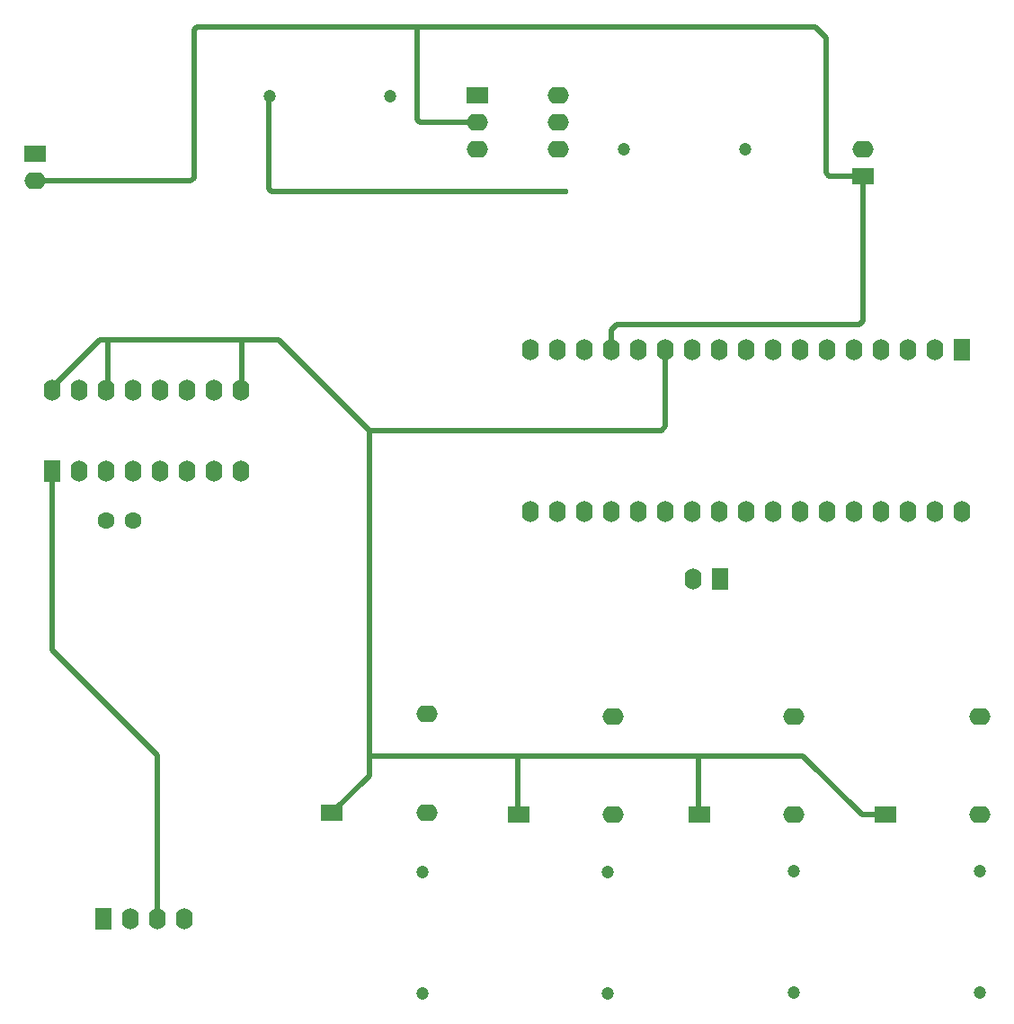
<source format=gbr>
%TF.GenerationSoftware,Altium Limited,Altium Designer,21.8.1 (53)*%
G04 Layer_Physical_Order=2*
G04 Layer_Color=16711680*
%FSLAX26Y26*%
%MOIN*%
%TF.SameCoordinates,5B9076D9-9D05-4804-A52A-FD960459403A*%
%TF.FilePolarity,Positive*%
%TF.FileFunction,Copper,L2,Bot,Signal*%
%TF.Part,Single*%
G01*
G75*
%TA.AperFunction,Conductor*%
%ADD11C,0.019685*%
%TA.AperFunction,ComponentPad*%
%ADD12O,0.078740X0.062992*%
%ADD13R,0.078740X0.062992*%
%ADD14R,0.062992X0.078740*%
%ADD15O,0.062992X0.078740*%
%ADD16C,0.047244*%
%ADD17C,0.062992*%
%TA.AperFunction,ViaPad*%
%ADD18C,0.023622*%
D11*
X3104909Y1056508D02*
X3322835Y838583D01*
X3409449D01*
X2716535Y1056508D02*
X3104909D01*
X2047244D02*
X2716535D01*
Y842520D02*
X2720472Y838583D01*
X2716535Y842520D02*
Y1056508D01*
X1496063D02*
X2047244D01*
Y842520D02*
X2051181Y838583D01*
X2047244Y842520D02*
Y1056508D01*
X1358268Y846457D02*
X1496063Y984252D01*
X708661Y452756D02*
Y1060236D01*
X319291Y1449606D02*
X708661Y1060236D01*
X319291Y1449606D02*
Y2113780D01*
X2393701Y2563780D02*
Y2638075D01*
X2413106Y2657480D02*
X3315240D01*
X2393701Y2638075D02*
X2413106Y2657480D01*
X3326772Y2669012D02*
Y3207087D01*
X3315240Y2657480D02*
X3326772Y2669012D01*
X3188976Y3218618D02*
X3200508Y3207087D01*
X3188976Y3218618D02*
Y3720472D01*
X3200508Y3207087D02*
X3326772D01*
X1673228Y3759843D02*
X3149606D01*
X857988D02*
X1673228D01*
X1684760Y3405512D02*
X1897244D01*
X1673228Y3417043D02*
Y3759843D01*
Y3417043D02*
X1684760Y3405512D01*
X3149606Y3759843D02*
X3188976Y3720472D01*
X846457Y3748311D02*
X857988Y3759843D01*
X846457Y3200508D02*
Y3748311D01*
X255905Y3188976D02*
X834925D01*
X846457Y3200508D01*
X531496Y2598425D02*
X1023622D01*
X496063D02*
X531496D01*
X527559Y2422047D02*
Y2594488D01*
X519291Y2413780D02*
X527559Y2422047D01*
Y2594488D02*
X531496Y2598425D01*
X1023622D02*
X1161417D01*
X1019291Y2413780D02*
X1023622Y2418110D01*
Y2598425D01*
X1496063Y1056508D02*
Y2263780D01*
Y984252D02*
Y1056508D01*
X319291Y2421653D02*
X496063Y2598425D01*
X319291Y2413780D02*
Y2421653D01*
X1161417Y2598425D02*
X1496063Y2263780D01*
X2578740D01*
X2593701Y2278740D01*
Y2563780D01*
X1122047Y3500000D02*
X1125984Y3503937D01*
X1122047Y3161138D02*
Y3500000D01*
X1133579Y3149606D02*
X2224409D01*
X1122047Y3161138D02*
X1133579Y3149606D01*
D12*
X3070866Y838583D02*
D03*
Y1204724D02*
D03*
X3759843D02*
D03*
Y838583D02*
D03*
X2401575Y1204724D02*
D03*
Y838583D02*
D03*
X1708661Y1212599D02*
D03*
Y846457D02*
D03*
X255905Y3188976D02*
D03*
X1897244Y3405512D02*
D03*
Y3305512D02*
D03*
X2197244Y3505512D02*
D03*
Y3405512D02*
D03*
Y3305512D02*
D03*
X3326772Y3307087D02*
D03*
D13*
X2720472Y838583D02*
D03*
X3409449D02*
D03*
X2051181D02*
D03*
X1358268Y846457D02*
D03*
X255905Y3288976D02*
D03*
X1897244Y3505512D02*
D03*
X3326772Y3207087D02*
D03*
D14*
X2796850Y1712598D02*
D03*
X508661Y452756D02*
D03*
X319291Y2113780D02*
D03*
X3693701Y2563780D02*
D03*
D15*
X2696850Y1712598D02*
D03*
X808661Y452756D02*
D03*
X708661D02*
D03*
X608661D02*
D03*
X1019291Y2413780D02*
D03*
X919291D02*
D03*
X819291D02*
D03*
X719291D02*
D03*
X619291D02*
D03*
X519291D02*
D03*
X419291D02*
D03*
X319291D02*
D03*
X1019291Y2113780D02*
D03*
X919291D02*
D03*
X819291D02*
D03*
X719291D02*
D03*
X619291D02*
D03*
X519291D02*
D03*
X419291D02*
D03*
X2093701Y1963780D02*
D03*
X2193701D02*
D03*
X2293701D02*
D03*
X2393701D02*
D03*
X2493701D02*
D03*
X2593701D02*
D03*
X2693701D02*
D03*
X2793701D02*
D03*
X2893701D02*
D03*
X2993701D02*
D03*
X3093701D02*
D03*
X3193701D02*
D03*
X3293701D02*
D03*
X3393701D02*
D03*
X3493701D02*
D03*
X3593701D02*
D03*
X3693701D02*
D03*
X2093701Y2563780D02*
D03*
X2193701D02*
D03*
X2293701D02*
D03*
X2393701D02*
D03*
X2493701D02*
D03*
X2593701D02*
D03*
X2693701D02*
D03*
X2793701D02*
D03*
X2893701D02*
D03*
X2993701D02*
D03*
X3093701D02*
D03*
X3193701D02*
D03*
X3293701D02*
D03*
X3393701D02*
D03*
X3493701D02*
D03*
X3593701D02*
D03*
D16*
X3759843Y181102D02*
D03*
Y629921D02*
D03*
X3070866Y181102D02*
D03*
Y629921D02*
D03*
X2381890Y177165D02*
D03*
Y625984D02*
D03*
X1692914Y177165D02*
D03*
Y625984D02*
D03*
X1574803Y3503937D02*
D03*
X1125984D02*
D03*
X2889764Y3307087D02*
D03*
X2440945D02*
D03*
D17*
X520866Y1929134D02*
D03*
X620866D02*
D03*
D18*
X2224409Y3149606D02*
D03*
%TF.MD5,3df10b71f290c79ad14e12279c897a3d*%
M02*

</source>
